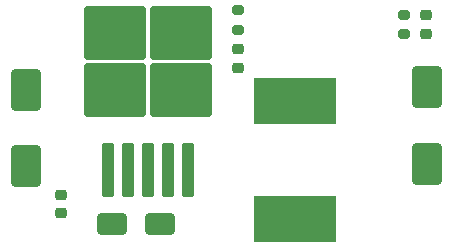
<source format=gbr>
%TF.GenerationSoftware,KiCad,Pcbnew,9.0.1*%
%TF.CreationDate,2025-11-29T01:29:33+04:00*%
%TF.ProjectId,BC-LM2596-ADJ,42432d4c-4d32-4353-9936-2d41444a2e6b,rev?*%
%TF.SameCoordinates,Original*%
%TF.FileFunction,Paste,Top*%
%TF.FilePolarity,Positive*%
%FSLAX46Y46*%
G04 Gerber Fmt 4.6, Leading zero omitted, Abs format (unit mm)*
G04 Created by KiCad (PCBNEW 9.0.1) date 2025-11-29 01:29:33*
%MOMM*%
%LPD*%
G01*
G04 APERTURE LIST*
G04 Aperture macros list*
%AMRoundRect*
0 Rectangle with rounded corners*
0 $1 Rounding radius*
0 $2 $3 $4 $5 $6 $7 $8 $9 X,Y pos of 4 corners*
0 Add a 4 corners polygon primitive as box body*
4,1,4,$2,$3,$4,$5,$6,$7,$8,$9,$2,$3,0*
0 Add four circle primitives for the rounded corners*
1,1,$1+$1,$2,$3*
1,1,$1+$1,$4,$5*
1,1,$1+$1,$6,$7*
1,1,$1+$1,$8,$9*
0 Add four rect primitives between the rounded corners*
20,1,$1+$1,$2,$3,$4,$5,0*
20,1,$1+$1,$4,$5,$6,$7,0*
20,1,$1+$1,$6,$7,$8,$9,0*
20,1,$1+$1,$8,$9,$2,$3,0*%
G04 Aperture macros list end*
%ADD10RoundRect,0.250000X1.000000X0.650000X-1.000000X0.650000X-1.000000X-0.650000X1.000000X-0.650000X0*%
%ADD11RoundRect,0.250000X-1.000000X1.500000X-1.000000X-1.500000X1.000000X-1.500000X1.000000X1.500000X0*%
%ADD12RoundRect,0.218750X0.256250X-0.218750X0.256250X0.218750X-0.256250X0.218750X-0.256250X-0.218750X0*%
%ADD13RoundRect,0.250000X2.375000X-2.025000X2.375000X2.025000X-2.375000X2.025000X-2.375000X-2.025000X0*%
%ADD14RoundRect,0.250000X0.300000X-2.050000X0.300000X2.050000X-0.300000X2.050000X-0.300000X-2.050000X0*%
%ADD15RoundRect,0.225000X-0.250000X0.225000X-0.250000X-0.225000X0.250000X-0.225000X0.250000X0.225000X0*%
%ADD16RoundRect,0.200000X0.275000X-0.200000X0.275000X0.200000X-0.275000X0.200000X-0.275000X-0.200000X0*%
%ADD17RoundRect,0.225000X0.250000X-0.225000X0.250000X0.225000X-0.250000X0.225000X-0.250000X-0.225000X0*%
%ADD18RoundRect,0.200000X-0.275000X0.200000X-0.275000X-0.200000X0.275000X-0.200000X0.275000X0.200000X0*%
%ADD19R,7.000000X4.000000*%
G04 APERTURE END LIST*
D10*
%TO.C,D2*%
X105850000Y-88950000D03*
X101850000Y-88950000D03*
%TD*%
D11*
%TO.C,C3*%
X128500000Y-77342500D03*
X128500000Y-83842500D03*
%TD*%
D12*
%TO.C,D1*%
X128400000Y-72837500D03*
X128400000Y-71262500D03*
%TD*%
D13*
%TO.C,U1*%
X102075000Y-77625000D03*
X107625000Y-77625000D03*
X102075000Y-72775000D03*
X107625000Y-72775000D03*
D14*
X101450000Y-84350000D03*
X103150000Y-84350000D03*
X104850000Y-84350000D03*
X106550000Y-84350000D03*
X108250000Y-84350000D03*
%TD*%
D15*
%TO.C,C2*%
X97500000Y-86475000D03*
X97500000Y-88025000D03*
%TD*%
D11*
%TO.C,C1*%
X94500000Y-77550000D03*
X94500000Y-84050000D03*
%TD*%
D16*
%TO.C,R1*%
X126500000Y-72875000D03*
X126500000Y-71225000D03*
%TD*%
D17*
%TO.C,C4*%
X112500000Y-75700000D03*
X112500000Y-74150000D03*
%TD*%
D18*
%TO.C,R3*%
X112500000Y-70850000D03*
X112500000Y-72500000D03*
%TD*%
D19*
%TO.C,L1*%
X117300000Y-88550000D03*
X117300000Y-78550000D03*
%TD*%
M02*

</source>
